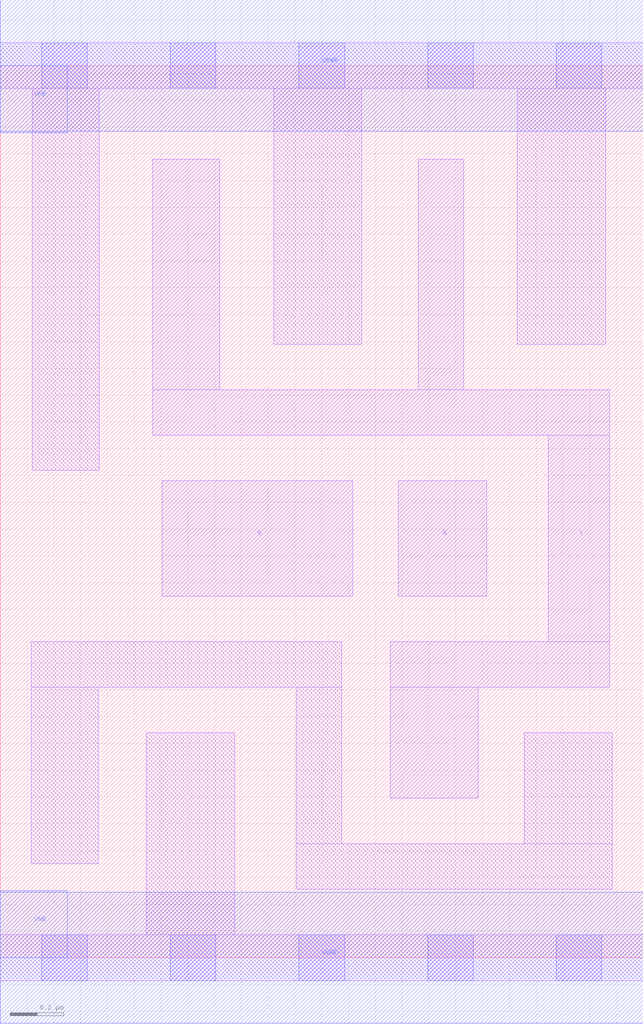
<source format=lef>
# Copyright 2020 The SkyWater PDK Authors
#
# Licensed under the Apache License, Version 2.0 (the "License");
# you may not use this file except in compliance with the License.
# You may obtain a copy of the License at
#
#     https://www.apache.org/licenses/LICENSE-2.0
#
# Unless required by applicable law or agreed to in writing, software
# distributed under the License is distributed on an "AS IS" BASIS,
# WITHOUT WARRANTIES OR CONDITIONS OF ANY KIND, either express or implied.
# See the License for the specific language governing permissions and
# limitations under the License.
#
# SPDX-License-Identifier: Apache-2.0

VERSION 5.5 ;
NAMESCASESENSITIVE ON ;
BUSBITCHARS "[]" ;
DIVIDERCHAR "/" ;
MACRO sky130_fd_sc_hs__nand2_2
  CLASS CORE ;
  SOURCE USER ;
  ORIGIN  0.000000  0.000000 ;
  SIZE  2.400000 BY  3.330000 ;
  SYMMETRY X Y ;
  SITE unit ;
  PIN A
    ANTENNAGATEAREA  0.558000 ;
    DIRECTION INPUT ;
    USE SIGNAL ;
    PORT
      LAYER li1 ;
        RECT 1.485000 1.350000 1.815000 1.780000 ;
    END
  END A
  PIN B
    ANTENNAGATEAREA  0.558000 ;
    DIRECTION INPUT ;
    USE SIGNAL ;
    PORT
      LAYER li1 ;
        RECT 0.605000 1.350000 1.315000 1.780000 ;
    END
  END B
  PIN Y
    ANTENNADIFFAREA  0.916200 ;
    DIRECTION OUTPUT ;
    USE SIGNAL ;
    PORT
      LAYER li1 ;
        RECT 0.570000 1.950000 2.275000 2.120000 ;
        RECT 0.570000 2.120000 0.820000 2.980000 ;
        RECT 1.455000 0.595000 1.785000 1.010000 ;
        RECT 1.455000 1.010000 2.275000 1.180000 ;
        RECT 1.560000 2.120000 1.730000 2.980000 ;
        RECT 2.045000 1.180000 2.275000 1.950000 ;
    END
  END Y
  PIN VGND
    DIRECTION INOUT ;
    USE GROUND ;
    PORT
      LAYER met1 ;
        RECT 0.000000 -0.245000 2.400000 0.245000 ;
    END
  END VGND
  PIN VNB
    DIRECTION INOUT ;
    USE GROUND ;
    PORT
      LAYER met1 ;
        RECT 0.000000 0.000000 0.250000 0.250000 ;
    END
  END VNB
  PIN VPB
    DIRECTION INOUT ;
    USE POWER ;
    PORT
      LAYER met1 ;
        RECT 0.000000 3.080000 0.250000 3.330000 ;
    END
  END VPB
  PIN VPWR
    DIRECTION INOUT ;
    USE POWER ;
    PORT
      LAYER met1 ;
        RECT 0.000000 3.085000 2.400000 3.575000 ;
    END
  END VPWR
  OBS
    LAYER li1 ;
      RECT 0.000000 -0.085000 2.400000 0.085000 ;
      RECT 0.000000  3.245000 2.400000 3.415000 ;
      RECT 0.115000  0.350000 0.365000 1.010000 ;
      RECT 0.115000  1.010000 1.275000 1.180000 ;
      RECT 0.120000  1.820000 0.370000 3.245000 ;
      RECT 0.545000  0.085000 0.875000 0.840000 ;
      RECT 1.020000  2.290000 1.350000 3.245000 ;
      RECT 1.105000  0.255000 2.285000 0.425000 ;
      RECT 1.105000  0.425000 1.275000 1.010000 ;
      RECT 1.930000  2.290000 2.260000 3.245000 ;
      RECT 1.955000  0.425000 2.285000 0.840000 ;
    LAYER mcon ;
      RECT 0.155000 -0.085000 0.325000 0.085000 ;
      RECT 0.155000  3.245000 0.325000 3.415000 ;
      RECT 0.635000 -0.085000 0.805000 0.085000 ;
      RECT 0.635000  3.245000 0.805000 3.415000 ;
      RECT 1.115000 -0.085000 1.285000 0.085000 ;
      RECT 1.115000  3.245000 1.285000 3.415000 ;
      RECT 1.595000 -0.085000 1.765000 0.085000 ;
      RECT 1.595000  3.245000 1.765000 3.415000 ;
      RECT 2.075000 -0.085000 2.245000 0.085000 ;
      RECT 2.075000  3.245000 2.245000 3.415000 ;
  END
END sky130_fd_sc_hs__nand2_2

</source>
